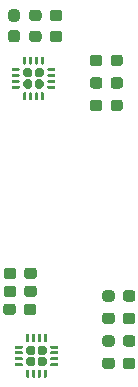
<source format=gbr>
G04 #@! TF.GenerationSoftware,KiCad,Pcbnew,5.1.6-c6e7f7d~86~ubuntu18.04.1*
G04 #@! TF.CreationDate,2021-05-10T20:55:15-07:00*
G04 #@! TF.ProjectId,usb_pmod,7573625f-706d-46f6-942e-6b696361645f,rev?*
G04 #@! TF.SameCoordinates,Original*
G04 #@! TF.FileFunction,Paste,Top*
G04 #@! TF.FilePolarity,Positive*
%FSLAX46Y46*%
G04 Gerber Fmt 4.6, Leading zero omitted, Abs format (unit mm)*
G04 Created by KiCad (PCBNEW 5.1.6-c6e7f7d~86~ubuntu18.04.1) date 2021-05-10 20:55:15*
%MOMM*%
%LPD*%
G01*
G04 APERTURE LIST*
G04 APERTURE END LIST*
G36*
G01*
X90887000Y-95995500D02*
X90887000Y-95520500D01*
G75*
G02*
X91124500Y-95283000I237500J0D01*
G01*
X91699500Y-95283000D01*
G75*
G02*
X91937000Y-95520500I0J-237500D01*
G01*
X91937000Y-95995500D01*
G75*
G02*
X91699500Y-96233000I-237500J0D01*
G01*
X91124500Y-96233000D01*
G75*
G02*
X90887000Y-95995500I0J237500D01*
G01*
G37*
G36*
G01*
X89137000Y-95995500D02*
X89137000Y-95520500D01*
G75*
G02*
X89374500Y-95283000I237500J0D01*
G01*
X89949500Y-95283000D01*
G75*
G02*
X90187000Y-95520500I0J-237500D01*
G01*
X90187000Y-95995500D01*
G75*
G02*
X89949500Y-96233000I-237500J0D01*
G01*
X89374500Y-96233000D01*
G75*
G02*
X89137000Y-95995500I0J237500D01*
G01*
G37*
G36*
G01*
X89805500Y-72091000D02*
X90280500Y-72091000D01*
G75*
G02*
X90518000Y-72328500I0J-237500D01*
G01*
X90518000Y-72903500D01*
G75*
G02*
X90280500Y-73141000I-237500J0D01*
G01*
X89805500Y-73141000D01*
G75*
G02*
X89568000Y-72903500I0J237500D01*
G01*
X89568000Y-72328500D01*
G75*
G02*
X89805500Y-72091000I237500J0D01*
G01*
G37*
G36*
G01*
X89805500Y-70341000D02*
X90280500Y-70341000D01*
G75*
G02*
X90518000Y-70578500I0J-237500D01*
G01*
X90518000Y-71153500D01*
G75*
G02*
X90280500Y-71391000I-237500J0D01*
G01*
X89805500Y-71391000D01*
G75*
G02*
X89568000Y-71153500I0J237500D01*
G01*
X89568000Y-70578500D01*
G75*
G02*
X89805500Y-70341000I237500J0D01*
G01*
G37*
G36*
G01*
X90215000Y-92472500D02*
X90215000Y-92947500D01*
G75*
G02*
X89977500Y-93185000I-237500J0D01*
G01*
X89402500Y-93185000D01*
G75*
G02*
X89165000Y-92947500I0J237500D01*
G01*
X89165000Y-92472500D01*
G75*
G02*
X89402500Y-92235000I237500J0D01*
G01*
X89977500Y-92235000D01*
G75*
G02*
X90215000Y-92472500I0J-237500D01*
G01*
G37*
G36*
G01*
X91965000Y-92472500D02*
X91965000Y-92947500D01*
G75*
G02*
X91727500Y-93185000I-237500J0D01*
G01*
X91152500Y-93185000D01*
G75*
G02*
X90915000Y-92947500I0J237500D01*
G01*
X90915000Y-92472500D01*
G75*
G02*
X91152500Y-92235000I237500J0D01*
G01*
X91727500Y-92235000D01*
G75*
G02*
X91965000Y-92472500I0J-237500D01*
G01*
G37*
G36*
G01*
X92374000Y-72406500D02*
X92374000Y-72881500D01*
G75*
G02*
X92136500Y-73119000I-237500J0D01*
G01*
X91561500Y-73119000D01*
G75*
G02*
X91324000Y-72881500I0J237500D01*
G01*
X91324000Y-72406500D01*
G75*
G02*
X91561500Y-72169000I237500J0D01*
G01*
X92136500Y-72169000D01*
G75*
G02*
X92374000Y-72406500I0J-237500D01*
G01*
G37*
G36*
G01*
X94124000Y-72406500D02*
X94124000Y-72881500D01*
G75*
G02*
X93886500Y-73119000I-237500J0D01*
G01*
X93311500Y-73119000D01*
G75*
G02*
X93074000Y-72881500I0J237500D01*
G01*
X93074000Y-72406500D01*
G75*
G02*
X93311500Y-72169000I237500J0D01*
G01*
X93886500Y-72169000D01*
G75*
G02*
X94124000Y-72406500I0J-237500D01*
G01*
G37*
G36*
G01*
X90215000Y-93996500D02*
X90215000Y-94471500D01*
G75*
G02*
X89977500Y-94709000I-237500J0D01*
G01*
X89402500Y-94709000D01*
G75*
G02*
X89165000Y-94471500I0J237500D01*
G01*
X89165000Y-93996500D01*
G75*
G02*
X89402500Y-93759000I237500J0D01*
G01*
X89977500Y-93759000D01*
G75*
G02*
X90215000Y-93996500I0J-237500D01*
G01*
G37*
G36*
G01*
X91965000Y-93996500D02*
X91965000Y-94471500D01*
G75*
G02*
X91727500Y-94709000I-237500J0D01*
G01*
X91152500Y-94709000D01*
G75*
G02*
X90915000Y-94471500I0J237500D01*
G01*
X90915000Y-93996500D01*
G75*
G02*
X91152500Y-93759000I237500J0D01*
G01*
X91727500Y-93759000D01*
G75*
G02*
X91965000Y-93996500I0J-237500D01*
G01*
G37*
G36*
G01*
X92374000Y-70628500D02*
X92374000Y-71103500D01*
G75*
G02*
X92136500Y-71341000I-237500J0D01*
G01*
X91561500Y-71341000D01*
G75*
G02*
X91324000Y-71103500I0J237500D01*
G01*
X91324000Y-70628500D01*
G75*
G02*
X91561500Y-70391000I237500J0D01*
G01*
X92136500Y-70391000D01*
G75*
G02*
X92374000Y-70628500I0J-237500D01*
G01*
G37*
G36*
G01*
X94124000Y-70628500D02*
X94124000Y-71103500D01*
G75*
G02*
X93886500Y-71341000I-237500J0D01*
G01*
X93311500Y-71341000D01*
G75*
G02*
X93074000Y-71103500I0J237500D01*
G01*
X93074000Y-70628500D01*
G75*
G02*
X93311500Y-70391000I237500J0D01*
G01*
X93886500Y-70391000D01*
G75*
G02*
X94124000Y-70628500I0J-237500D01*
G01*
G37*
G36*
G01*
X98569000Y-94377500D02*
X98569000Y-94852500D01*
G75*
G02*
X98331500Y-95090000I-237500J0D01*
G01*
X97756500Y-95090000D01*
G75*
G02*
X97519000Y-94852500I0J237500D01*
G01*
X97519000Y-94377500D01*
G75*
G02*
X97756500Y-94140000I237500J0D01*
G01*
X98331500Y-94140000D01*
G75*
G02*
X98569000Y-94377500I0J-237500D01*
G01*
G37*
G36*
G01*
X100319000Y-94377500D02*
X100319000Y-94852500D01*
G75*
G02*
X100081500Y-95090000I-237500J0D01*
G01*
X99506500Y-95090000D01*
G75*
G02*
X99269000Y-94852500I0J237500D01*
G01*
X99269000Y-94377500D01*
G75*
G02*
X99506500Y-94140000I237500J0D01*
G01*
X100081500Y-94140000D01*
G75*
G02*
X100319000Y-94377500I0J-237500D01*
G01*
G37*
G36*
G01*
X98569000Y-100092500D02*
X98569000Y-100567500D01*
G75*
G02*
X98331500Y-100805000I-237500J0D01*
G01*
X97756500Y-100805000D01*
G75*
G02*
X97519000Y-100567500I0J237500D01*
G01*
X97519000Y-100092500D01*
G75*
G02*
X97756500Y-99855000I237500J0D01*
G01*
X98331500Y-99855000D01*
G75*
G02*
X98569000Y-100092500I0J-237500D01*
G01*
G37*
G36*
G01*
X100319000Y-100092500D02*
X100319000Y-100567500D01*
G75*
G02*
X100081500Y-100805000I-237500J0D01*
G01*
X99506500Y-100805000D01*
G75*
G02*
X99269000Y-100567500I0J237500D01*
G01*
X99269000Y-100092500D01*
G75*
G02*
X99506500Y-99855000I237500J0D01*
G01*
X100081500Y-99855000D01*
G75*
G02*
X100319000Y-100092500I0J-237500D01*
G01*
G37*
G36*
G01*
X98569000Y-98187500D02*
X98569000Y-98662500D01*
G75*
G02*
X98331500Y-98900000I-237500J0D01*
G01*
X97756500Y-98900000D01*
G75*
G02*
X97519000Y-98662500I0J237500D01*
G01*
X97519000Y-98187500D01*
G75*
G02*
X97756500Y-97950000I237500J0D01*
G01*
X98331500Y-97950000D01*
G75*
G02*
X98569000Y-98187500I0J-237500D01*
G01*
G37*
G36*
G01*
X100319000Y-98187500D02*
X100319000Y-98662500D01*
G75*
G02*
X100081500Y-98900000I-237500J0D01*
G01*
X99506500Y-98900000D01*
G75*
G02*
X99269000Y-98662500I0J237500D01*
G01*
X99269000Y-98187500D01*
G75*
G02*
X99506500Y-97950000I237500J0D01*
G01*
X100081500Y-97950000D01*
G75*
G02*
X100319000Y-98187500I0J-237500D01*
G01*
G37*
G36*
G01*
X98569000Y-96282500D02*
X98569000Y-96757500D01*
G75*
G02*
X98331500Y-96995000I-237500J0D01*
G01*
X97756500Y-96995000D01*
G75*
G02*
X97519000Y-96757500I0J237500D01*
G01*
X97519000Y-96282500D01*
G75*
G02*
X97756500Y-96045000I237500J0D01*
G01*
X98331500Y-96045000D01*
G75*
G02*
X98569000Y-96282500I0J-237500D01*
G01*
G37*
G36*
G01*
X100319000Y-96282500D02*
X100319000Y-96757500D01*
G75*
G02*
X100081500Y-96995000I-237500J0D01*
G01*
X99506500Y-96995000D01*
G75*
G02*
X99269000Y-96757500I0J237500D01*
G01*
X99269000Y-96282500D01*
G75*
G02*
X99506500Y-96045000I237500J0D01*
G01*
X100081500Y-96045000D01*
G75*
G02*
X100319000Y-96282500I0J-237500D01*
G01*
G37*
G36*
G01*
X97517500Y-76343500D02*
X97517500Y-76818500D01*
G75*
G02*
X97280000Y-77056000I-237500J0D01*
G01*
X96705000Y-77056000D01*
G75*
G02*
X96467500Y-76818500I0J237500D01*
G01*
X96467500Y-76343500D01*
G75*
G02*
X96705000Y-76106000I237500J0D01*
G01*
X97280000Y-76106000D01*
G75*
G02*
X97517500Y-76343500I0J-237500D01*
G01*
G37*
G36*
G01*
X99267500Y-76343500D02*
X99267500Y-76818500D01*
G75*
G02*
X99030000Y-77056000I-237500J0D01*
G01*
X98455000Y-77056000D01*
G75*
G02*
X98217500Y-76818500I0J237500D01*
G01*
X98217500Y-76343500D01*
G75*
G02*
X98455000Y-76106000I237500J0D01*
G01*
X99030000Y-76106000D01*
G75*
G02*
X99267500Y-76343500I0J-237500D01*
G01*
G37*
G36*
G01*
X97517500Y-74438500D02*
X97517500Y-74913500D01*
G75*
G02*
X97280000Y-75151000I-237500J0D01*
G01*
X96705000Y-75151000D01*
G75*
G02*
X96467500Y-74913500I0J237500D01*
G01*
X96467500Y-74438500D01*
G75*
G02*
X96705000Y-74201000I237500J0D01*
G01*
X97280000Y-74201000D01*
G75*
G02*
X97517500Y-74438500I0J-237500D01*
G01*
G37*
G36*
G01*
X99267500Y-74438500D02*
X99267500Y-74913500D01*
G75*
G02*
X99030000Y-75151000I-237500J0D01*
G01*
X98455000Y-75151000D01*
G75*
G02*
X98217500Y-74913500I0J237500D01*
G01*
X98217500Y-74438500D01*
G75*
G02*
X98455000Y-74201000I237500J0D01*
G01*
X99030000Y-74201000D01*
G75*
G02*
X99267500Y-74438500I0J-237500D01*
G01*
G37*
G36*
G01*
X97517500Y-78248500D02*
X97517500Y-78723500D01*
G75*
G02*
X97280000Y-78961000I-237500J0D01*
G01*
X96705000Y-78961000D01*
G75*
G02*
X96467500Y-78723500I0J237500D01*
G01*
X96467500Y-78248500D01*
G75*
G02*
X96705000Y-78011000I237500J0D01*
G01*
X97280000Y-78011000D01*
G75*
G02*
X97517500Y-78248500I0J-237500D01*
G01*
G37*
G36*
G01*
X99267500Y-78248500D02*
X99267500Y-78723500D01*
G75*
G02*
X99030000Y-78961000I-237500J0D01*
G01*
X98455000Y-78961000D01*
G75*
G02*
X98217500Y-78723500I0J237500D01*
G01*
X98217500Y-78248500D01*
G75*
G02*
X98455000Y-78011000I237500J0D01*
G01*
X99030000Y-78011000D01*
G75*
G02*
X99267500Y-78248500I0J-237500D01*
G01*
G37*
G36*
G01*
X91073000Y-98457500D02*
X91073000Y-97907500D01*
G75*
G02*
X91135500Y-97845000I62500J0D01*
G01*
X91260500Y-97845000D01*
G75*
G02*
X91323000Y-97907500I0J-62500D01*
G01*
X91323000Y-98457500D01*
G75*
G02*
X91260500Y-98520000I-62500J0D01*
G01*
X91135500Y-98520000D01*
G75*
G02*
X91073000Y-98457500I0J62500D01*
G01*
G37*
G36*
G01*
X91573000Y-98457500D02*
X91573000Y-97907500D01*
G75*
G02*
X91635500Y-97845000I62500J0D01*
G01*
X91760500Y-97845000D01*
G75*
G02*
X91823000Y-97907500I0J-62500D01*
G01*
X91823000Y-98457500D01*
G75*
G02*
X91760500Y-98520000I-62500J0D01*
G01*
X91635500Y-98520000D01*
G75*
G02*
X91573000Y-98457500I0J62500D01*
G01*
G37*
G36*
G01*
X92073000Y-98457500D02*
X92073000Y-97907500D01*
G75*
G02*
X92135500Y-97845000I62500J0D01*
G01*
X92260500Y-97845000D01*
G75*
G02*
X92323000Y-97907500I0J-62500D01*
G01*
X92323000Y-98457500D01*
G75*
G02*
X92260500Y-98520000I-62500J0D01*
G01*
X92135500Y-98520000D01*
G75*
G02*
X92073000Y-98457500I0J62500D01*
G01*
G37*
G36*
G01*
X92573000Y-98457500D02*
X92573000Y-97907500D01*
G75*
G02*
X92635500Y-97845000I62500J0D01*
G01*
X92760500Y-97845000D01*
G75*
G02*
X92823000Y-97907500I0J-62500D01*
G01*
X92823000Y-98457500D01*
G75*
G02*
X92760500Y-98520000I-62500J0D01*
G01*
X92635500Y-98520000D01*
G75*
G02*
X92573000Y-98457500I0J62500D01*
G01*
G37*
G36*
G01*
X93123000Y-99007500D02*
X93123000Y-98882500D01*
G75*
G02*
X93185500Y-98820000I62500J0D01*
G01*
X93735500Y-98820000D01*
G75*
G02*
X93798000Y-98882500I0J-62500D01*
G01*
X93798000Y-99007500D01*
G75*
G02*
X93735500Y-99070000I-62500J0D01*
G01*
X93185500Y-99070000D01*
G75*
G02*
X93123000Y-99007500I0J62500D01*
G01*
G37*
G36*
G01*
X93123000Y-99507500D02*
X93123000Y-99382500D01*
G75*
G02*
X93185500Y-99320000I62500J0D01*
G01*
X93735500Y-99320000D01*
G75*
G02*
X93798000Y-99382500I0J-62500D01*
G01*
X93798000Y-99507500D01*
G75*
G02*
X93735500Y-99570000I-62500J0D01*
G01*
X93185500Y-99570000D01*
G75*
G02*
X93123000Y-99507500I0J62500D01*
G01*
G37*
G36*
G01*
X93123000Y-100007500D02*
X93123000Y-99882500D01*
G75*
G02*
X93185500Y-99820000I62500J0D01*
G01*
X93735500Y-99820000D01*
G75*
G02*
X93798000Y-99882500I0J-62500D01*
G01*
X93798000Y-100007500D01*
G75*
G02*
X93735500Y-100070000I-62500J0D01*
G01*
X93185500Y-100070000D01*
G75*
G02*
X93123000Y-100007500I0J62500D01*
G01*
G37*
G36*
G01*
X93123000Y-100507500D02*
X93123000Y-100382500D01*
G75*
G02*
X93185500Y-100320000I62500J0D01*
G01*
X93735500Y-100320000D01*
G75*
G02*
X93798000Y-100382500I0J-62500D01*
G01*
X93798000Y-100507500D01*
G75*
G02*
X93735500Y-100570000I-62500J0D01*
G01*
X93185500Y-100570000D01*
G75*
G02*
X93123000Y-100507500I0J62500D01*
G01*
G37*
G36*
G01*
X92573000Y-101482500D02*
X92573000Y-100932500D01*
G75*
G02*
X92635500Y-100870000I62500J0D01*
G01*
X92760500Y-100870000D01*
G75*
G02*
X92823000Y-100932500I0J-62500D01*
G01*
X92823000Y-101482500D01*
G75*
G02*
X92760500Y-101545000I-62500J0D01*
G01*
X92635500Y-101545000D01*
G75*
G02*
X92573000Y-101482500I0J62500D01*
G01*
G37*
G36*
G01*
X92073000Y-101482500D02*
X92073000Y-100932500D01*
G75*
G02*
X92135500Y-100870000I62500J0D01*
G01*
X92260500Y-100870000D01*
G75*
G02*
X92323000Y-100932500I0J-62500D01*
G01*
X92323000Y-101482500D01*
G75*
G02*
X92260500Y-101545000I-62500J0D01*
G01*
X92135500Y-101545000D01*
G75*
G02*
X92073000Y-101482500I0J62500D01*
G01*
G37*
G36*
G01*
X91573000Y-101482500D02*
X91573000Y-100932500D01*
G75*
G02*
X91635500Y-100870000I62500J0D01*
G01*
X91760500Y-100870000D01*
G75*
G02*
X91823000Y-100932500I0J-62500D01*
G01*
X91823000Y-101482500D01*
G75*
G02*
X91760500Y-101545000I-62500J0D01*
G01*
X91635500Y-101545000D01*
G75*
G02*
X91573000Y-101482500I0J62500D01*
G01*
G37*
G36*
G01*
X91073000Y-101482500D02*
X91073000Y-100932500D01*
G75*
G02*
X91135500Y-100870000I62500J0D01*
G01*
X91260500Y-100870000D01*
G75*
G02*
X91323000Y-100932500I0J-62500D01*
G01*
X91323000Y-101482500D01*
G75*
G02*
X91260500Y-101545000I-62500J0D01*
G01*
X91135500Y-101545000D01*
G75*
G02*
X91073000Y-101482500I0J62500D01*
G01*
G37*
G36*
G01*
X90098000Y-100507500D02*
X90098000Y-100382500D01*
G75*
G02*
X90160500Y-100320000I62500J0D01*
G01*
X90710500Y-100320000D01*
G75*
G02*
X90773000Y-100382500I0J-62500D01*
G01*
X90773000Y-100507500D01*
G75*
G02*
X90710500Y-100570000I-62500J0D01*
G01*
X90160500Y-100570000D01*
G75*
G02*
X90098000Y-100507500I0J62500D01*
G01*
G37*
G36*
G01*
X90098000Y-100007500D02*
X90098000Y-99882500D01*
G75*
G02*
X90160500Y-99820000I62500J0D01*
G01*
X90710500Y-99820000D01*
G75*
G02*
X90773000Y-99882500I0J-62500D01*
G01*
X90773000Y-100007500D01*
G75*
G02*
X90710500Y-100070000I-62500J0D01*
G01*
X90160500Y-100070000D01*
G75*
G02*
X90098000Y-100007500I0J62500D01*
G01*
G37*
G36*
G01*
X90098000Y-99507500D02*
X90098000Y-99382500D01*
G75*
G02*
X90160500Y-99320000I62500J0D01*
G01*
X90710500Y-99320000D01*
G75*
G02*
X90773000Y-99382500I0J-62500D01*
G01*
X90773000Y-99507500D01*
G75*
G02*
X90710500Y-99570000I-62500J0D01*
G01*
X90160500Y-99570000D01*
G75*
G02*
X90098000Y-99507500I0J62500D01*
G01*
G37*
G36*
G01*
X90098000Y-99007500D02*
X90098000Y-98882500D01*
G75*
G02*
X90160500Y-98820000I62500J0D01*
G01*
X90710500Y-98820000D01*
G75*
G02*
X90773000Y-98882500I0J-62500D01*
G01*
X90773000Y-99007500D01*
G75*
G02*
X90710500Y-99070000I-62500J0D01*
G01*
X90160500Y-99070000D01*
G75*
G02*
X90098000Y-99007500I0J62500D01*
G01*
G37*
G36*
G01*
X92038000Y-100362500D02*
X92038000Y-99977500D01*
G75*
G02*
X92230500Y-99785000I192500J0D01*
G01*
X92615500Y-99785000D01*
G75*
G02*
X92808000Y-99977500I0J-192500D01*
G01*
X92808000Y-100362500D01*
G75*
G02*
X92615500Y-100555000I-192500J0D01*
G01*
X92230500Y-100555000D01*
G75*
G02*
X92038000Y-100362500I0J192500D01*
G01*
G37*
G36*
G01*
X92038000Y-99412500D02*
X92038000Y-99027500D01*
G75*
G02*
X92230500Y-98835000I192500J0D01*
G01*
X92615500Y-98835000D01*
G75*
G02*
X92808000Y-99027500I0J-192500D01*
G01*
X92808000Y-99412500D01*
G75*
G02*
X92615500Y-99605000I-192500J0D01*
G01*
X92230500Y-99605000D01*
G75*
G02*
X92038000Y-99412500I0J192500D01*
G01*
G37*
G36*
G01*
X91088000Y-100362500D02*
X91088000Y-99977500D01*
G75*
G02*
X91280500Y-99785000I192500J0D01*
G01*
X91665500Y-99785000D01*
G75*
G02*
X91858000Y-99977500I0J-192500D01*
G01*
X91858000Y-100362500D01*
G75*
G02*
X91665500Y-100555000I-192500J0D01*
G01*
X91280500Y-100555000D01*
G75*
G02*
X91088000Y-100362500I0J192500D01*
G01*
G37*
G36*
G01*
X91088000Y-99412500D02*
X91088000Y-99027500D01*
G75*
G02*
X91280500Y-98835000I192500J0D01*
G01*
X91665500Y-98835000D01*
G75*
G02*
X91858000Y-99027500I0J-192500D01*
G01*
X91858000Y-99412500D01*
G75*
G02*
X91665500Y-99605000I-192500J0D01*
G01*
X91280500Y-99605000D01*
G75*
G02*
X91088000Y-99412500I0J192500D01*
G01*
G37*
G36*
G01*
X90819000Y-74962500D02*
X90819000Y-74412500D01*
G75*
G02*
X90881500Y-74350000I62500J0D01*
G01*
X91006500Y-74350000D01*
G75*
G02*
X91069000Y-74412500I0J-62500D01*
G01*
X91069000Y-74962500D01*
G75*
G02*
X91006500Y-75025000I-62500J0D01*
G01*
X90881500Y-75025000D01*
G75*
G02*
X90819000Y-74962500I0J62500D01*
G01*
G37*
G36*
G01*
X91319000Y-74962500D02*
X91319000Y-74412500D01*
G75*
G02*
X91381500Y-74350000I62500J0D01*
G01*
X91506500Y-74350000D01*
G75*
G02*
X91569000Y-74412500I0J-62500D01*
G01*
X91569000Y-74962500D01*
G75*
G02*
X91506500Y-75025000I-62500J0D01*
G01*
X91381500Y-75025000D01*
G75*
G02*
X91319000Y-74962500I0J62500D01*
G01*
G37*
G36*
G01*
X91819000Y-74962500D02*
X91819000Y-74412500D01*
G75*
G02*
X91881500Y-74350000I62500J0D01*
G01*
X92006500Y-74350000D01*
G75*
G02*
X92069000Y-74412500I0J-62500D01*
G01*
X92069000Y-74962500D01*
G75*
G02*
X92006500Y-75025000I-62500J0D01*
G01*
X91881500Y-75025000D01*
G75*
G02*
X91819000Y-74962500I0J62500D01*
G01*
G37*
G36*
G01*
X92319000Y-74962500D02*
X92319000Y-74412500D01*
G75*
G02*
X92381500Y-74350000I62500J0D01*
G01*
X92506500Y-74350000D01*
G75*
G02*
X92569000Y-74412500I0J-62500D01*
G01*
X92569000Y-74962500D01*
G75*
G02*
X92506500Y-75025000I-62500J0D01*
G01*
X92381500Y-75025000D01*
G75*
G02*
X92319000Y-74962500I0J62500D01*
G01*
G37*
G36*
G01*
X92869000Y-75512500D02*
X92869000Y-75387500D01*
G75*
G02*
X92931500Y-75325000I62500J0D01*
G01*
X93481500Y-75325000D01*
G75*
G02*
X93544000Y-75387500I0J-62500D01*
G01*
X93544000Y-75512500D01*
G75*
G02*
X93481500Y-75575000I-62500J0D01*
G01*
X92931500Y-75575000D01*
G75*
G02*
X92869000Y-75512500I0J62500D01*
G01*
G37*
G36*
G01*
X92869000Y-76012500D02*
X92869000Y-75887500D01*
G75*
G02*
X92931500Y-75825000I62500J0D01*
G01*
X93481500Y-75825000D01*
G75*
G02*
X93544000Y-75887500I0J-62500D01*
G01*
X93544000Y-76012500D01*
G75*
G02*
X93481500Y-76075000I-62500J0D01*
G01*
X92931500Y-76075000D01*
G75*
G02*
X92869000Y-76012500I0J62500D01*
G01*
G37*
G36*
G01*
X92869000Y-76512500D02*
X92869000Y-76387500D01*
G75*
G02*
X92931500Y-76325000I62500J0D01*
G01*
X93481500Y-76325000D01*
G75*
G02*
X93544000Y-76387500I0J-62500D01*
G01*
X93544000Y-76512500D01*
G75*
G02*
X93481500Y-76575000I-62500J0D01*
G01*
X92931500Y-76575000D01*
G75*
G02*
X92869000Y-76512500I0J62500D01*
G01*
G37*
G36*
G01*
X92869000Y-77012500D02*
X92869000Y-76887500D01*
G75*
G02*
X92931500Y-76825000I62500J0D01*
G01*
X93481500Y-76825000D01*
G75*
G02*
X93544000Y-76887500I0J-62500D01*
G01*
X93544000Y-77012500D01*
G75*
G02*
X93481500Y-77075000I-62500J0D01*
G01*
X92931500Y-77075000D01*
G75*
G02*
X92869000Y-77012500I0J62500D01*
G01*
G37*
G36*
G01*
X92319000Y-77987500D02*
X92319000Y-77437500D01*
G75*
G02*
X92381500Y-77375000I62500J0D01*
G01*
X92506500Y-77375000D01*
G75*
G02*
X92569000Y-77437500I0J-62500D01*
G01*
X92569000Y-77987500D01*
G75*
G02*
X92506500Y-78050000I-62500J0D01*
G01*
X92381500Y-78050000D01*
G75*
G02*
X92319000Y-77987500I0J62500D01*
G01*
G37*
G36*
G01*
X91819000Y-77987500D02*
X91819000Y-77437500D01*
G75*
G02*
X91881500Y-77375000I62500J0D01*
G01*
X92006500Y-77375000D01*
G75*
G02*
X92069000Y-77437500I0J-62500D01*
G01*
X92069000Y-77987500D01*
G75*
G02*
X92006500Y-78050000I-62500J0D01*
G01*
X91881500Y-78050000D01*
G75*
G02*
X91819000Y-77987500I0J62500D01*
G01*
G37*
G36*
G01*
X91319000Y-77987500D02*
X91319000Y-77437500D01*
G75*
G02*
X91381500Y-77375000I62500J0D01*
G01*
X91506500Y-77375000D01*
G75*
G02*
X91569000Y-77437500I0J-62500D01*
G01*
X91569000Y-77987500D01*
G75*
G02*
X91506500Y-78050000I-62500J0D01*
G01*
X91381500Y-78050000D01*
G75*
G02*
X91319000Y-77987500I0J62500D01*
G01*
G37*
G36*
G01*
X90819000Y-77987500D02*
X90819000Y-77437500D01*
G75*
G02*
X90881500Y-77375000I62500J0D01*
G01*
X91006500Y-77375000D01*
G75*
G02*
X91069000Y-77437500I0J-62500D01*
G01*
X91069000Y-77987500D01*
G75*
G02*
X91006500Y-78050000I-62500J0D01*
G01*
X90881500Y-78050000D01*
G75*
G02*
X90819000Y-77987500I0J62500D01*
G01*
G37*
G36*
G01*
X89844000Y-77012500D02*
X89844000Y-76887500D01*
G75*
G02*
X89906500Y-76825000I62500J0D01*
G01*
X90456500Y-76825000D01*
G75*
G02*
X90519000Y-76887500I0J-62500D01*
G01*
X90519000Y-77012500D01*
G75*
G02*
X90456500Y-77075000I-62500J0D01*
G01*
X89906500Y-77075000D01*
G75*
G02*
X89844000Y-77012500I0J62500D01*
G01*
G37*
G36*
G01*
X89844000Y-76512500D02*
X89844000Y-76387500D01*
G75*
G02*
X89906500Y-76325000I62500J0D01*
G01*
X90456500Y-76325000D01*
G75*
G02*
X90519000Y-76387500I0J-62500D01*
G01*
X90519000Y-76512500D01*
G75*
G02*
X90456500Y-76575000I-62500J0D01*
G01*
X89906500Y-76575000D01*
G75*
G02*
X89844000Y-76512500I0J62500D01*
G01*
G37*
G36*
G01*
X89844000Y-76012500D02*
X89844000Y-75887500D01*
G75*
G02*
X89906500Y-75825000I62500J0D01*
G01*
X90456500Y-75825000D01*
G75*
G02*
X90519000Y-75887500I0J-62500D01*
G01*
X90519000Y-76012500D01*
G75*
G02*
X90456500Y-76075000I-62500J0D01*
G01*
X89906500Y-76075000D01*
G75*
G02*
X89844000Y-76012500I0J62500D01*
G01*
G37*
G36*
G01*
X89844000Y-75512500D02*
X89844000Y-75387500D01*
G75*
G02*
X89906500Y-75325000I62500J0D01*
G01*
X90456500Y-75325000D01*
G75*
G02*
X90519000Y-75387500I0J-62500D01*
G01*
X90519000Y-75512500D01*
G75*
G02*
X90456500Y-75575000I-62500J0D01*
G01*
X89906500Y-75575000D01*
G75*
G02*
X89844000Y-75512500I0J62500D01*
G01*
G37*
G36*
G01*
X91784000Y-76867500D02*
X91784000Y-76482500D01*
G75*
G02*
X91976500Y-76290000I192500J0D01*
G01*
X92361500Y-76290000D01*
G75*
G02*
X92554000Y-76482500I0J-192500D01*
G01*
X92554000Y-76867500D01*
G75*
G02*
X92361500Y-77060000I-192500J0D01*
G01*
X91976500Y-77060000D01*
G75*
G02*
X91784000Y-76867500I0J192500D01*
G01*
G37*
G36*
G01*
X91784000Y-75917500D02*
X91784000Y-75532500D01*
G75*
G02*
X91976500Y-75340000I192500J0D01*
G01*
X92361500Y-75340000D01*
G75*
G02*
X92554000Y-75532500I0J-192500D01*
G01*
X92554000Y-75917500D01*
G75*
G02*
X92361500Y-76110000I-192500J0D01*
G01*
X91976500Y-76110000D01*
G75*
G02*
X91784000Y-75917500I0J192500D01*
G01*
G37*
G36*
G01*
X90834000Y-76867500D02*
X90834000Y-76482500D01*
G75*
G02*
X91026500Y-76290000I192500J0D01*
G01*
X91411500Y-76290000D01*
G75*
G02*
X91604000Y-76482500I0J-192500D01*
G01*
X91604000Y-76867500D01*
G75*
G02*
X91411500Y-77060000I-192500J0D01*
G01*
X91026500Y-77060000D01*
G75*
G02*
X90834000Y-76867500I0J192500D01*
G01*
G37*
G36*
G01*
X90834000Y-75917500D02*
X90834000Y-75532500D01*
G75*
G02*
X91026500Y-75340000I192500J0D01*
G01*
X91411500Y-75340000D01*
G75*
G02*
X91604000Y-75532500I0J-192500D01*
G01*
X91604000Y-75917500D01*
G75*
G02*
X91411500Y-76110000I-192500J0D01*
G01*
X91026500Y-76110000D01*
G75*
G02*
X90834000Y-75917500I0J192500D01*
G01*
G37*
M02*

</source>
